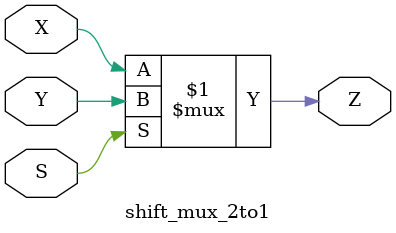
<source format=v>
`timescale 1ns / 1ps
`default_nettype none //helps catch typo-related bugs
module shift_mux_2to1(X,Y,S,Z);

	//parameter definitions

	//port definitions - customize for different bit widths

	//port definitions
	input wire X, Y;
	input wire S;
	output wire Z;
	
	//assign output using multiplexing operator
	assign Z = S ? Y : X;
endmodule
`default_nettype wire //some Xilinx IP requires that the default_nettype be set to wire

</source>
